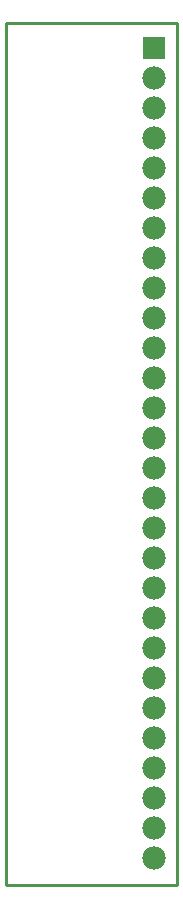
<source format=gbs>
G75*
G70*
%OFA0B0*%
%FSLAX24Y24*%
%IPPOS*%
%LPD*%
%AMOC8*
5,1,8,0,0,1.08239X$1,22.5*
%
%ADD10C,0.0100*%
%ADD11R,0.0780X0.0780*%
%ADD12C,0.0780*%
D10*
X000151Y000151D02*
X000151Y028891D01*
X005860Y028891D01*
X005860Y000151D01*
X000151Y000151D01*
D11*
X005104Y028041D03*
D12*
X005104Y027041D03*
X005104Y026041D03*
X005104Y025041D03*
X005104Y024041D03*
X005104Y023041D03*
X005104Y022041D03*
X005104Y021041D03*
X005104Y020041D03*
X005104Y019041D03*
X005104Y018041D03*
X005104Y017041D03*
X005104Y016041D03*
X005104Y015041D03*
X005104Y014041D03*
X005104Y013041D03*
X005104Y012041D03*
X005104Y011041D03*
X005104Y010041D03*
X005104Y009041D03*
X005104Y008041D03*
X005104Y007041D03*
X005104Y006041D03*
X005104Y005041D03*
X005104Y004041D03*
X005104Y003041D03*
X005104Y002041D03*
X005104Y001041D03*
M02*

</source>
